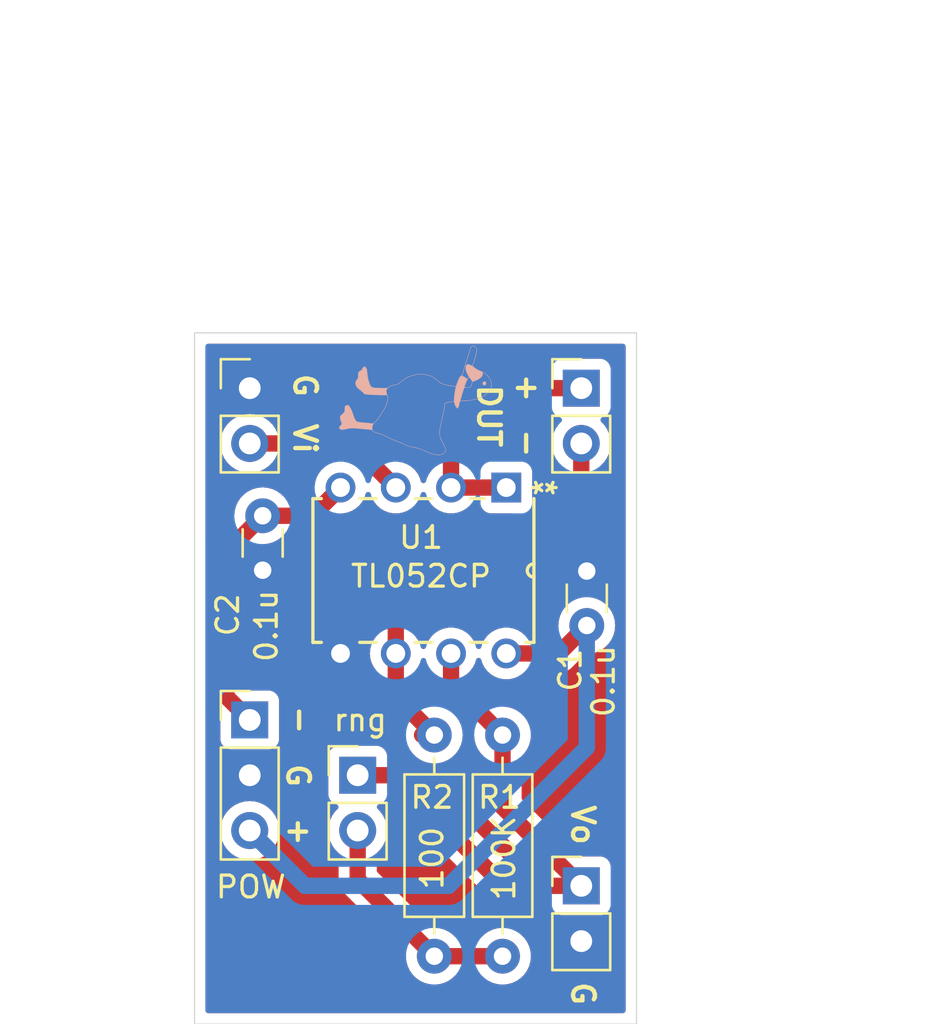
<source format=kicad_pcb>
(kicad_pcb (version 20240108) (generator "pcbnew") (generator_version "8.0")
  (layers (0 "F.Cu" signal) (31 "B.Cu" signal) (34 "B.Paste" user) (35 "F.Paste" user) (36 "B.SilkS" user "B.Silkscreen") (37 "F.SilkS" user "F.Silkscreen") (38 "B.Mask" user) (39 "F.Mask" user) (44 "Edge.Cuts" user))
  (net 0 "")
  (net 1 "GND")
  (net 2 "/opamp curve tracer/V+")
  (net 3 "/opamp curve tracer/V-")
  (net 4 "/opamp curve tracer/Vi")
  (net 5 "/opamp curve tracer/DUT-")
  (net 6 "/opamp curve tracer/DUT+")
  (net 7 "/opamp curve tracer/Vo")
  (net 8 "/opamp curve tracer/rng")
  (footprint "Connector_PinHeader_2.54mm:PinHeader_1x02_P2.54mm_Vertical" (layer "F.Cu") (at 45.72 35.56)
    (property "Reference" "J1" (hide yes))
    (property "Value" "Vi")
    (pad "1" thru_hole rect (at 0 0) (size 1.7 1.7) (drill 1) (layers "*.Cu" "*.Mask") (net 1 "GND"))
    (pad "2" thru_hole oval (at 0 2.54) (size 1.7 1.7) (drill 1) (layers "*.Cu" "*.Mask") (net 4 "/opamp curve tracer/Vi"))
  )
  (footprint "Connector_PinHeader_2.54mm:PinHeader_1x02_P2.54mm_Vertical" (layer "F.Cu") (at 60.96 58.42)
    (property "Reference" "J5" (hide yes))
    (property "Value" "Vo")
    (pad "1" thru_hole rect (at 0 0) (size 1.7 1.7) (drill 1) (layers "*.Cu" "*.Mask") (net 7 "/opamp curve tracer/Vo"))
    (pad "2" thru_hole oval (at 0 2.54) (size 1.7 1.7) (drill 1) (layers "*.Cu" "*.Mask") (net 1 "GND"))
  )
  (footprint "Resistor_THT:R_Axial_DIN0207_L6.3mm_D2.5mm_P10.16mm_Horizontal" (layer "F.Cu") (at 57.340842 61.653113 90)
    (property "Reference" "R1" (at 7.297113 -0.143832 180) (layer "F.SilkS"))
    (property "Value" "100K")
    (pad "1" thru_hole circle (at 0 0 90) (size 1.6 1.6) (drill 0.8) (layers "*.Cu" "*.Mask") (net 8 "/opamp curve tracer/rng"))
    (pad "2" thru_hole oval (at 10.16 0 90) (size 1.6 1.6) (drill 0.8) (layers "*.Cu" "*.Mask") (net 7 "/opamp curve tracer/Vo"))
  )
  (footprint "Connector_PinHeader_2.54mm:PinHeader_1x02_P2.54mm_Vertical" (layer "F.Cu") (at 60.96 35.56)
    (property "Reference" "J2" (hide yes))
    (property "Value" "DUT")
    (pad "1" thru_hole rect (at 0 0) (size 1.7 1.7) (drill 1) (layers "*.Cu" "*.Mask") (net 6 "/opamp curve tracer/DUT+"))
    (pad "2" thru_hole oval (at 0 2.54) (size 1.7 1.7) (drill 1) (layers "*.Cu" "*.Mask") (net 5 "/opamp curve tracer/DUT-"))
  )
  (footprint "Capacitor_THT:C_Disc_D3.0mm_W1.6mm_P2.50mm" (layer "F.Cu") (at 46.31471 41.422 -90)
    (property "Reference" "C2" (at 4.552 1.61071 -90) (layer "F.SilkS"))
    (property "Value" "10u")
    (pad "1" thru_hole circle (at 0 0 270) (size 1.6 1.6) (drill 0.8) (layers "*.Cu" "*.Mask") (net 3 "/opamp curve tracer/V-"))
    (pad "2" thru_hole circle (at 2.5 0 270) (size 1.6 1.6) (drill 0.8) (layers "*.Cu" "*.Mask") (net 1 "GND"))
  )
  (footprint "KiCADv6:TL052CP" (layer "F.Cu") (at 49.893415 47.74537 -90)
    (property "Reference" "U1" (at -5.32737 -3.700585 0) (layer "F.SilkS"))
    (property "Value" "Opamp_Dual")
    (fp_text user "*" (at -7.62 -9.366318 90) (layer "F.SilkS"))
    (fp_text user "*" (at -7.62 -9.366318 -90) (layer "F.SilkS"))
    (pad "1" thru_hole rect (at -7.62 -7.62 270) (size 1.3716 1.3716) (drill 0.8636) (layers "*.Cu" "*.Mask") (net 6 "/opamp curve tracer/DUT+"))
    (pad "2" thru_hole circle (at -7.62 -5.08 270) (size 1.3716 1.3716) (drill 0.8636) (layers "*.Cu" "*.Mask") (net 6 "/opamp curve tracer/DUT+"))
    (pad "3" thru_hole circle (at -7.62 -2.54 270) (size 1.3716 1.3716) (drill 0.8636) (layers "*.Cu" "*.Mask") (net 4 "/opamp curve tracer/Vi"))
    (pad "4" thru_hole circle (at -7.62 0 270) (size 1.3716 1.3716) (drill 0.8636) (layers "*.Cu" "*.Mask") (net 3 "/opamp curve tracer/V-"))
    (pad "5" thru_hole circle (at 0 0 270) (size 1.3716 1.3716) (drill 0.8636) (layers "*.Cu" "*.Mask") (net 1 "GND"))
    (pad "6" thru_hole circle (at 0 -2.54 270) (size 1.3716 1.3716) (drill 0.8636) (layers "*.Cu" "*.Mask") (net 5 "/opamp curve tracer/DUT-"))
    (pad "7" thru_hole circle (at 0 -5.08 270) (size 1.3716 1.3716) (drill 0.8636) (layers "*.Cu" "*.Mask") (net 7 "/opamp curve tracer/Vo"))
    (pad "8" thru_hole circle (at 0 -7.62 270) (size 1.3716 1.3716) (drill 0.8636) (layers "*.Cu" "*.Mask") (net 2 "/opamp curve tracer/V+"))
  )
  (footprint "Resistor_THT:R_Axial_DIN0207_L6.3mm_D2.5mm_P10.16mm_Horizontal" (layer "F.Cu") (at 54.204239 51.493113 -90)
    (property "Reference" "R2" (at 2.862887 0.108449 180) (layer "F.SilkS"))
    (property "Value" "100")
    (pad "1" thru_hole circle (at 0 0 270) (size 1.6 1.6) (drill 0.8) (layers "*.Cu" "*.Mask") (net 5 "/opamp curve tracer/DUT-"))
    (pad "2" thru_hole oval (at 10.16 0 270) (size 1.6 1.6) (drill 0.8) (layers "*.Cu" "*.Mask") (net 8 "/opamp curve tracer/rng"))
  )
  (footprint "Capacitor_THT:C_Disc_D3.0mm_W1.6mm_P2.50mm" (layer "F.Cu") (at 61.214 46.462 90)
    (property "Reference" "C1" (at -2.052 -0.762 90) (layer "F.SilkS"))
    (property "Value" "10u")
    (pad "1" thru_hole circle (at 0 0 90) (size 1.6 1.6) (drill 0.8) (layers "*.Cu" "*.Mask") (net 2 "/opamp curve tracer/V+"))
    (pad "2" thru_hole circle (at 2.5 0 90) (size 1.6 1.6) (drill 0.8) (layers "*.Cu" "*.Mask") (net 1 "GND"))
  )
  (footprint "Connector_PinHeader_2.54mm:PinHeader_1x03_P2.54mm_Vertical" (layer "F.Cu") (at 45.72 50.8)
    (property "Reference" "J4" (hide yes))
    (property "Value" "Input")
    (pad "1" thru_hole rect (at 0 0) (size 1.7 1.7) (drill 1) (layers "*.Cu" "*.Mask") (net 3 "/opamp curve tracer/V-"))
    (pad "2" thru_hole oval (at 0 2.54) (size 1.7 1.7) (drill 1) (layers "*.Cu" "*.Mask") (net 1 "GND"))
    (pad "3" thru_hole oval (at 0 5.08) (size 1.7 1.7) (drill 1) (layers "*.Cu" "*.Mask") (net 2 "/opamp curve tracer/V+"))
  )
  (footprint "Connector_PinHeader_2.54mm:PinHeader_1x02_P2.54mm_Vertical" (layer "F.Cu") (at 50.681593 53.34)
    (property "Reference" "J3" (hide yes))
    (property "Value" "rng")
    (pad "1" thru_hole rect (at 0 0) (size 1.7 1.7) (drill 1) (layers "*.Cu" "*.Mask") (net 7 "/opamp curve tracer/Vo"))
    (pad "2" thru_hole oval (at 0 2.54) (size 1.7 1.7) (drill 1) (layers "*.Cu" "*.Mask") (net 8 "/opamp curve tracer/rng"))
  )
  (footprint "graphics:duck" (layer "B.Cu") (at 53.34 36.068 90)
    (property "Reference" "G***" (hide yes))
    (property "Value" "LOGO" (hide yes))
  )
  (gr_rect (start 43.18 33.02) (end 63.5 64.77) (stroke (width 0.05)) (fill none) (layer "Edge.Cuts"))
  (gr_text "100K" (at 57.404 57.15 90) (layer "F.SilkS") (effects (font (size 1 1))))
  (gr_text "POW" (at 44.077089 59.05772 0) (layer "F.SilkS") (effects (font (size 1 1)) (justify left bottom)))
  (gr_text "0.1u" (at 46.482 46.482 90) (layer "F.SilkS") (effects (font (size 1 1))))
  (gr_text "Vo" (at 60.452 54.61 270) (layer "F.SilkS") (effects (font (size 1 1) (thickness 0.2) (bold yes)) (justify left bottom)))
  (gr_text "0.1u" (at 61.976 49.022 90) (layer "F.SilkS") (effects (font (size 1 1))))
  (gr_text "100" (at 54.102 57.15 90) (layer "F.SilkS") (effects (font (size 1 1))))
  (gr_text "G" (at 60.452 62.738 270) (layer "F.SilkS") (effects (font (size 1 1) (thickness 0.2) (bold yes)) (justify left bottom)))
  (gr_text "DUT" (at 56.134 35.306 270) (layer "F.SilkS") (effects (font (size 1 1) (thickness 0.2) (bold yes)) (justify left bottom)))
  (gr_text "G" (at 47.357684 52.716884 270) (layer "F.SilkS") (effects (font (size 1 1) (thickness 0.2) (bold yes)) (justify left bottom)))
  (gr_text "+" (at 47.416531 55.17806 270) (layer "F.SilkS") (effects (font (size 1 1) (thickness 0.2) (bold yes)) (justify left bottom)))
  (gr_text "-" (at 47.475377 50.049168 270) (layer "F.SilkS") (effects (font (size 1 1) (thickness 0.2) (bold yes)) (justify left bottom)))
  (gr_text "G" (at 47.68 34.798 270) (layer "F.SilkS") (effects (font (size 1 1) (thickness 0.2) (bold yes)) (justify left bottom)))
  (gr_text "rng" (at 50.8 50.8 0) (layer "F.SilkS") (effects (font (size 1 1))))
  (gr_text "+" (at 57.912 34.798 270) (layer "F.SilkS") (effects (font (size 1 1) (thickness 0.2) (bold yes)) (justify left bottom)))
  (gr_text "-" (at 57.912 37.338 270) (layer "F.SilkS") (effects (font (size 1 1) (thickness 0.2) (bold yes)) (justify left bottom)))
  (gr_text "TL052CP" (at 53.594 44.196 0) (layer "F.SilkS") (effects (font (size 1 1))))
  (gr_text "Vi" (at 47.68 37.084 270) (layer "F.SilkS") (effects (font (size 1 1) (thickness 0.2) (bold yes)) (justify left bottom)))
  (segment (start 59.93063 47.74537) (end 61.214 46.462) (width 0.75) (layer "F.Cu") (net 2))
  (segment (start 57.513415 47.74537) (end 59.93063 47.74537) (width 0.75) (layer "F.Cu") (net 2))
  (segment (start 57.683682 47.789831) (end 57.695831 47.789831) (width 0.75) (layer "F.Cu") (net 2))
  (segment (start 54.864 58.42) (end 61.214 52.07) (width 0.75) (layer "B.Cu") (net 2))
  (segment (start 61.214 52.07) (end 61.214 46.462) (width 0.75) (layer "B.Cu") (net 2))
  (segment (start 48.26 58.42) (end 54.864 58.42) (width 0.75) (layer "B.Cu") (net 2))
  (segment (start 48.26 58.42) (end 45.72 55.88) (width 0.75) (layer "B.Cu") (net 2))
  (segment (start 46.31471 41.422) (end 48.596785 41.422) (width 0.75) (layer "F.Cu") (net 3))
  (segment (start 44.650523 43.086187) (end 44.650523 49.730523) (width 0.75) (layer "F.Cu") (net 3))
  (segment (start 44.650523 49.730523) (end 45.72 50.8) (width 0.75) (layer "F.Cu") (net 3))
  (segment (start 48.596785 41.422) (end 49.893415 40.12537) (width 0.75) (layer "F.Cu") (net 3))
  (segment (start 46.31471 41.422) (end 44.650523 43.086187) (width 0.75) (layer "F.Cu") (net 3))
  (segment (start 45.72 38.1) (end 50.408045 38.1) (width 0.75) (layer "F.Cu") (net 4))
  (segment (start 50.408045 38.1) (end 52.433415 40.12537) (width 0.75) (layer "F.Cu") (net 4))
  (segment (start 60.96 38.1) (end 60.96 39.624) (width 0.75) (layer "F.Cu") (net 5))
  (segment (start 53.848 44.196) (end 52.433415 45.610585) (width 0.75) (layer "F.Cu") (net 5))
  (segment (start 52.433415 45.610585) (end 52.433415 47.74537) (width 0.75) (layer "F.Cu") (net 5))
  (segment (start 60.96 39.624) (end 56.388 44.196) (width 0.75) (layer "F.Cu") (net 5))
  (segment (start 54.204239 51.493113) (end 53.641158 51.493113) (width 0.75) (layer "F.Cu") (net 5))
  (segment (start 52.433415 49.722289) (end 54.204239 51.493113) (width 0.75) (layer "F.Cu") (net 5))
  (segment (start 56.388 44.196) (end 53.848 44.196) (width 0.75) (layer "F.Cu") (net 5))
  (segment (start 52.433415 47.74537) (end 52.433415 49.722289) (width 0.75) (layer "F.Cu") (net 5))
  (segment (start 54.973415 40.12537) (end 57.513415 40.12537) (width 0.75) (layer "F.Cu") (net 6))
  (segment (start 54.973415 37.482585) (end 54.973415 40.12537) (width 0.75) (layer "F.Cu") (net 6))
  (segment (start 60.96 35.56) (end 56.896 35.56) (width 0.75) (layer "F.Cu") (net 6))
  (segment (start 56.896 35.56) (end 54.973415 37.482585) (width 0.75) (layer "F.Cu") (net 6))
  (segment (start 57.335113 51.493113) (end 54.973415 49.131415) (width 0.75) (layer "F.Cu") (net 7))
  (segment (start 57.404 58.42) (end 60.96 58.42) (width 0.75) (layer "F.Cu") (net 7))
  (segment (start 57.340842 51.493113) (end 57.340842 54.800842) (width 0.75) (layer "F.Cu") (net 7))
  (segment (start 54.973415 49.131415) (end 54.973415 47.74537) (width 0.75) (layer "F.Cu") (net 7))
  (segment (start 52.324 53.34) (end 57.404 58.42) (width 0.75) (layer "F.Cu") (net 7))
  (segment (start 50.681593 53.34) (end 52.324 53.34) (width 0.75) (layer "F.Cu") (net 7))
  (segment (start 57.340842 54.800842) (end 60.96 58.42) (width 0.75) (layer "F.Cu") (net 7))
  (segment (start 57.340842 51.493113) (end 57.335113 51.493113) (width 0.75) (layer "F.Cu") (net 7))
  (segment (start 57.340842 61.653113) (end 54.204239 61.653113) (width 0.75) (layer "F.Cu") (net 8))
  (segment (start 50.681593 55.88) (end 50.681593 58.130467) (width 0.75) (layer "F.Cu") (net 8))
  (segment (start 50.681593 58.130467) (end 54.204239 61.653113) (width 0.75) (layer "F.Cu") (net 8))
  (zone (net 1) (net_name "GND") (layers "F&B.Cu") (connect_pads yes (clearance 0.5)) (min_thickness 0.25) (fill yes (thermal_gap 0.5) (thermal_bridge_width 0.5))
    (polygon (pts (xy 43.18 33.02) (xy 63.5 33.02) (xy 63.5 64.77) (xy 43.18 64.77)))
  )
)
</source>
